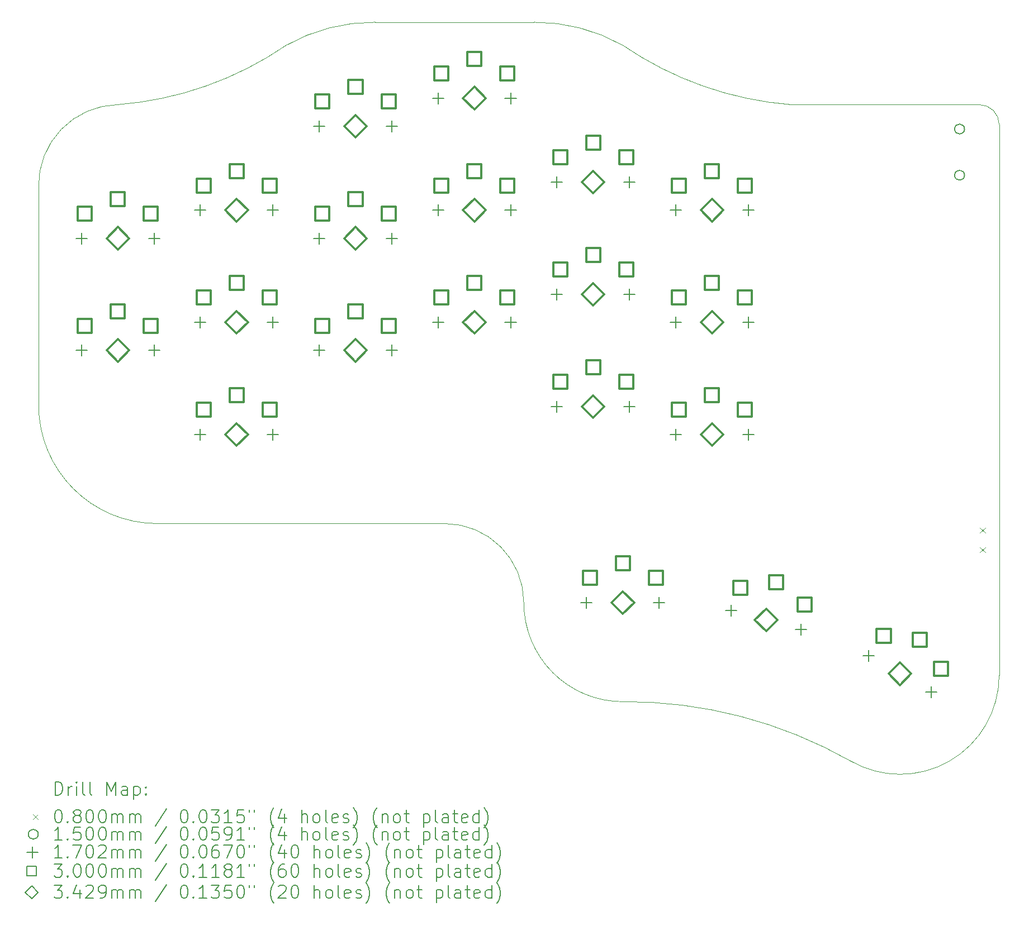
<source format=gbr>
%FSLAX45Y45*%
G04 Gerber Fmt 4.5, Leading zero omitted, Abs format (unit mm)*
G04 Created by KiCad (PCBNEW (6.0.5-0)) date 2023-02-07 22:56:01*
%MOMM*%
%LPD*%
G01*
G04 APERTURE LIST*
%TA.AperFunction,Profile*%
%ADD10C,0.100000*%
%TD*%
%ADD11C,0.200000*%
%ADD12C,0.080000*%
%ADD13C,0.150000*%
%ADD14C,0.170180*%
%ADD15C,0.300000*%
%ADD16C,0.342900*%
G04 APERTURE END LIST*
D10*
X7200002Y-4249998D02*
X9600002Y-4249998D01*
X3300002Y-5498957D02*
G75*
G03*
X5850002Y-4599998I-400047J5200944D01*
G01*
X7200002Y-4249998D02*
G75*
G03*
X5850002Y-4599998I-21892J-2694132D01*
G01*
X10950002Y-4599998D02*
G75*
G03*
X13500002Y-5499998I2954423J4308366D01*
G01*
X14400002Y-15449998D02*
G75*
G03*
X10950002Y-14549998I-3404422J-5987782D01*
G01*
X10950003Y-4599997D02*
G75*
G03*
X9600002Y-4249998I-1328113J-2344153D01*
G01*
X16650002Y-14149998D02*
X16650002Y-5799998D01*
X14400002Y-15449998D02*
G75*
G03*
X16650002Y-14149998I749444J1300001D01*
G01*
X3900002Y-11849998D02*
X8250002Y-11849998D01*
X9450002Y-13049998D02*
G75*
G03*
X10950002Y-14549998I1499998J-2D01*
G01*
X13500002Y-5499998D02*
X16350002Y-5499998D01*
X2100002Y-10049998D02*
G75*
G03*
X3900002Y-11849998I1800000J0D01*
G01*
X3300002Y-5498956D02*
G75*
G03*
X2100002Y-6749998I25521J-1225521D01*
G01*
X2100002Y-10049998D02*
X2100002Y-6749998D01*
X16650002Y-5799998D02*
G75*
G03*
X16350002Y-5499998I-300002J-2D01*
G01*
X9450002Y-13049998D02*
G75*
G03*
X8250002Y-11849998I-1200002J-2D01*
G01*
D11*
D12*
X16360000Y-11910000D02*
X16440000Y-11990000D01*
X16440000Y-11910000D02*
X16360000Y-11990000D01*
X16360000Y-11910000D02*
X16440000Y-11990000D01*
X16440000Y-11910000D02*
X16360000Y-11990000D01*
X16360000Y-12210000D02*
X16440000Y-12290000D01*
X16440000Y-12210000D02*
X16360000Y-12290000D01*
X16360000Y-12210000D02*
X16440000Y-12290000D01*
X16440000Y-12210000D02*
X16360000Y-12290000D01*
D13*
X16125500Y-5869250D02*
G75*
G03*
X16125500Y-5869250I-75000J0D01*
G01*
X16125500Y-5869250D02*
G75*
G03*
X16125500Y-5869250I-75000J0D01*
G01*
X16125500Y-6569250D02*
G75*
G03*
X16125500Y-6569250I-75000J0D01*
G01*
X16125500Y-6569250D02*
G75*
G03*
X16125500Y-6569250I-75000J0D01*
G01*
D14*
X2750000Y-9139910D02*
X2750000Y-9310090D01*
X2664910Y-9225000D02*
X2835090Y-9225000D01*
X2750001Y-7439910D02*
X2750001Y-7610090D01*
X2664911Y-7525000D02*
X2835091Y-7525000D01*
X3850000Y-9139910D02*
X3850000Y-9310090D01*
X3764910Y-9225000D02*
X3935090Y-9225000D01*
X3850001Y-7439910D02*
X3850001Y-7610090D01*
X3764911Y-7525000D02*
X3935091Y-7525000D01*
X4550000Y-7014910D02*
X4550000Y-7185090D01*
X4464910Y-7100000D02*
X4635090Y-7100000D01*
X4550000Y-10414910D02*
X4550000Y-10585090D01*
X4464910Y-10500000D02*
X4635090Y-10500000D01*
X4550001Y-8714910D02*
X4550001Y-8885090D01*
X4464911Y-8800000D02*
X4635091Y-8800000D01*
X5650000Y-7014910D02*
X5650000Y-7185090D01*
X5564910Y-7100000D02*
X5735090Y-7100000D01*
X5650000Y-10414910D02*
X5650000Y-10585090D01*
X5564910Y-10500000D02*
X5735090Y-10500000D01*
X5650001Y-8714910D02*
X5650001Y-8885090D01*
X5564911Y-8800000D02*
X5735091Y-8800000D01*
X6350001Y-5739910D02*
X6350001Y-5910090D01*
X6264911Y-5825000D02*
X6435091Y-5825000D01*
X6350001Y-7439909D02*
X6350001Y-7610089D01*
X6264911Y-7524999D02*
X6435091Y-7524999D01*
X6350001Y-9139909D02*
X6350001Y-9310089D01*
X6264911Y-9224999D02*
X6435091Y-9224999D01*
X7450001Y-5739910D02*
X7450001Y-5910090D01*
X7364911Y-5825000D02*
X7535091Y-5825000D01*
X7450001Y-7439909D02*
X7450001Y-7610089D01*
X7364911Y-7524999D02*
X7535091Y-7524999D01*
X7450001Y-9139909D02*
X7450001Y-9310089D01*
X7364911Y-9224999D02*
X7535091Y-9224999D01*
X8150000Y-5314909D02*
X8150000Y-5485089D01*
X8064910Y-5399999D02*
X8235090Y-5399999D01*
X8150000Y-7014909D02*
X8150000Y-7185089D01*
X8064910Y-7099999D02*
X8235090Y-7099999D01*
X8150000Y-8714910D02*
X8150000Y-8885090D01*
X8064910Y-8800000D02*
X8235090Y-8800000D01*
X9250000Y-5314909D02*
X9250000Y-5485089D01*
X9164910Y-5399999D02*
X9335090Y-5399999D01*
X9250000Y-7014909D02*
X9250000Y-7185089D01*
X9164910Y-7099999D02*
X9335090Y-7099999D01*
X9250001Y-8714910D02*
X9250001Y-8885090D01*
X9164911Y-8800000D02*
X9335091Y-8800000D01*
X9950001Y-6589909D02*
X9950001Y-6760089D01*
X9864911Y-6674999D02*
X10035091Y-6674999D01*
X9950001Y-8289910D02*
X9950001Y-8460090D01*
X9864911Y-8375000D02*
X10035091Y-8375000D01*
X9950001Y-9989910D02*
X9950001Y-10160090D01*
X9864911Y-10075000D02*
X10035091Y-10075000D01*
X10400001Y-12964910D02*
X10400001Y-13135090D01*
X10314911Y-13050000D02*
X10485091Y-13050000D01*
X11050001Y-6589909D02*
X11050001Y-6760089D01*
X10964911Y-6674999D02*
X11135091Y-6674999D01*
X11050001Y-8289910D02*
X11050001Y-8460090D01*
X10964911Y-8375000D02*
X11135091Y-8375000D01*
X11050001Y-9989910D02*
X11050001Y-10160090D01*
X10964911Y-10075000D02*
X11135091Y-10075000D01*
X11500001Y-12964910D02*
X11500001Y-13135090D01*
X11414911Y-13050000D02*
X11585091Y-13050000D01*
X11750000Y-10414909D02*
X11750000Y-10585089D01*
X11664910Y-10499999D02*
X11835090Y-10499999D01*
X11750000Y-8714909D02*
X11750000Y-8885089D01*
X11664910Y-8799999D02*
X11835090Y-8799999D01*
X11750000Y-7014909D02*
X11750000Y-7185089D01*
X11664910Y-7099999D02*
X11835090Y-7099999D01*
X12588070Y-13084460D02*
X12588070Y-13254640D01*
X12502980Y-13169550D02*
X12673160Y-13169550D01*
X12850000Y-10414909D02*
X12850000Y-10585089D01*
X12764910Y-10499999D02*
X12935090Y-10499999D01*
X12850000Y-8714909D02*
X12850000Y-8885089D01*
X12764910Y-8799999D02*
X12935090Y-8799999D01*
X12850000Y-7014909D02*
X12850000Y-7185089D01*
X12764910Y-7099999D02*
X12935090Y-7099999D01*
X13650589Y-13369161D02*
X13650589Y-13539341D01*
X13565499Y-13454251D02*
X13735679Y-13454251D01*
X14670643Y-13766249D02*
X14670643Y-13936429D01*
X14585553Y-13851339D02*
X14755733Y-13851339D01*
X15623271Y-14316249D02*
X15623271Y-14486429D01*
X15538181Y-14401339D02*
X15708361Y-14401339D01*
D15*
X2906067Y-8956067D02*
X2906067Y-8743933D01*
X2693933Y-8743933D01*
X2693933Y-8956067D01*
X2906067Y-8956067D01*
X2906068Y-7256067D02*
X2906068Y-7043933D01*
X2693934Y-7043933D01*
X2693934Y-7256067D01*
X2906068Y-7256067D01*
X3406067Y-8736067D02*
X3406067Y-8523933D01*
X3193933Y-8523933D01*
X3193933Y-8736067D01*
X3406067Y-8736067D01*
X3406068Y-7036067D02*
X3406068Y-6823933D01*
X3193934Y-6823933D01*
X3193934Y-7036067D01*
X3406068Y-7036067D01*
X3906067Y-8956067D02*
X3906067Y-8743933D01*
X3693933Y-8743933D01*
X3693933Y-8956067D01*
X3906067Y-8956067D01*
X3906068Y-7256067D02*
X3906068Y-7043933D01*
X3693934Y-7043933D01*
X3693934Y-7256067D01*
X3906068Y-7256067D01*
X4706067Y-6831067D02*
X4706067Y-6618933D01*
X4493933Y-6618933D01*
X4493933Y-6831067D01*
X4706067Y-6831067D01*
X4706067Y-10231067D02*
X4706067Y-10018933D01*
X4493933Y-10018933D01*
X4493933Y-10231067D01*
X4706067Y-10231067D01*
X4706068Y-8531067D02*
X4706068Y-8318933D01*
X4493934Y-8318933D01*
X4493934Y-8531067D01*
X4706068Y-8531067D01*
X5206067Y-6611067D02*
X5206067Y-6398933D01*
X4993933Y-6398933D01*
X4993933Y-6611067D01*
X5206067Y-6611067D01*
X5206067Y-10011067D02*
X5206067Y-9798933D01*
X4993933Y-9798933D01*
X4993933Y-10011067D01*
X5206067Y-10011067D01*
X5206068Y-8311067D02*
X5206068Y-8098933D01*
X4993934Y-8098933D01*
X4993934Y-8311067D01*
X5206068Y-8311067D01*
X5706067Y-6831067D02*
X5706067Y-6618933D01*
X5493933Y-6618933D01*
X5493933Y-6831067D01*
X5706067Y-6831067D01*
X5706067Y-10231067D02*
X5706067Y-10018933D01*
X5493933Y-10018933D01*
X5493933Y-10231067D01*
X5706067Y-10231067D01*
X5706068Y-8531067D02*
X5706068Y-8318933D01*
X5493934Y-8318933D01*
X5493934Y-8531067D01*
X5706068Y-8531067D01*
X6506068Y-5556067D02*
X6506068Y-5343933D01*
X6293934Y-5343933D01*
X6293934Y-5556067D01*
X6506068Y-5556067D01*
X6506068Y-7256066D02*
X6506068Y-7043932D01*
X6293934Y-7043932D01*
X6293934Y-7256066D01*
X6506068Y-7256066D01*
X6506068Y-8956066D02*
X6506068Y-8743932D01*
X6293934Y-8743932D01*
X6293934Y-8956066D01*
X6506068Y-8956066D01*
X7006068Y-5336067D02*
X7006068Y-5123933D01*
X6793934Y-5123933D01*
X6793934Y-5336067D01*
X7006068Y-5336067D01*
X7006068Y-7036066D02*
X7006068Y-6823932D01*
X6793934Y-6823932D01*
X6793934Y-7036066D01*
X7006068Y-7036066D01*
X7006068Y-8736066D02*
X7006068Y-8523932D01*
X6793934Y-8523932D01*
X6793934Y-8736066D01*
X7006068Y-8736066D01*
X7506068Y-5556067D02*
X7506068Y-5343933D01*
X7293934Y-5343933D01*
X7293934Y-5556067D01*
X7506068Y-5556067D01*
X7506068Y-7256066D02*
X7506068Y-7043932D01*
X7293934Y-7043932D01*
X7293934Y-7256066D01*
X7506068Y-7256066D01*
X7506068Y-8956066D02*
X7506068Y-8743932D01*
X7293934Y-8743932D01*
X7293934Y-8956066D01*
X7506068Y-8956066D01*
X8306067Y-5131066D02*
X8306067Y-4918932D01*
X8093933Y-4918932D01*
X8093933Y-5131066D01*
X8306067Y-5131066D01*
X8306067Y-6831066D02*
X8306067Y-6618932D01*
X8093933Y-6618932D01*
X8093933Y-6831066D01*
X8306067Y-6831066D01*
X8306067Y-8531067D02*
X8306067Y-8318933D01*
X8093933Y-8318933D01*
X8093933Y-8531067D01*
X8306067Y-8531067D01*
X8806067Y-4911066D02*
X8806067Y-4698932D01*
X8593933Y-4698932D01*
X8593933Y-4911066D01*
X8806067Y-4911066D01*
X8806067Y-6611066D02*
X8806067Y-6398932D01*
X8593933Y-6398932D01*
X8593933Y-6611066D01*
X8806067Y-6611066D01*
X8806068Y-8311067D02*
X8806068Y-8098933D01*
X8593934Y-8098933D01*
X8593934Y-8311067D01*
X8806068Y-8311067D01*
X9306067Y-5131066D02*
X9306067Y-4918932D01*
X9093933Y-4918932D01*
X9093933Y-5131066D01*
X9306067Y-5131066D01*
X9306067Y-6831066D02*
X9306067Y-6618932D01*
X9093933Y-6618932D01*
X9093933Y-6831066D01*
X9306067Y-6831066D01*
X9306068Y-8531067D02*
X9306068Y-8318933D01*
X9093934Y-8318933D01*
X9093934Y-8531067D01*
X9306068Y-8531067D01*
X10106068Y-6406066D02*
X10106068Y-6193932D01*
X9893934Y-6193932D01*
X9893934Y-6406066D01*
X10106068Y-6406066D01*
X10106068Y-8106067D02*
X10106068Y-7893933D01*
X9893934Y-7893933D01*
X9893934Y-8106067D01*
X10106068Y-8106067D01*
X10106068Y-9806067D02*
X10106068Y-9593933D01*
X9893934Y-9593933D01*
X9893934Y-9806067D01*
X10106068Y-9806067D01*
X10556068Y-12781067D02*
X10556068Y-12568933D01*
X10343934Y-12568933D01*
X10343934Y-12781067D01*
X10556068Y-12781067D01*
X10606068Y-6186066D02*
X10606068Y-5973932D01*
X10393934Y-5973932D01*
X10393934Y-6186066D01*
X10606068Y-6186066D01*
X10606068Y-7886067D02*
X10606068Y-7673933D01*
X10393934Y-7673933D01*
X10393934Y-7886067D01*
X10606068Y-7886067D01*
X10606068Y-9586067D02*
X10606068Y-9373933D01*
X10393934Y-9373933D01*
X10393934Y-9586067D01*
X10606068Y-9586067D01*
X11056068Y-12561067D02*
X11056068Y-12348933D01*
X10843934Y-12348933D01*
X10843934Y-12561067D01*
X11056068Y-12561067D01*
X11106068Y-6406066D02*
X11106068Y-6193932D01*
X10893934Y-6193932D01*
X10893934Y-6406066D01*
X11106068Y-6406066D01*
X11106068Y-8106067D02*
X11106068Y-7893933D01*
X10893934Y-7893933D01*
X10893934Y-8106067D01*
X11106068Y-8106067D01*
X11106068Y-9806067D02*
X11106068Y-9593933D01*
X10893934Y-9593933D01*
X10893934Y-9806067D01*
X11106068Y-9806067D01*
X11556068Y-12781067D02*
X11556068Y-12568933D01*
X11343934Y-12568933D01*
X11343934Y-12781067D01*
X11556068Y-12781067D01*
X11906067Y-10231066D02*
X11906067Y-10018932D01*
X11693933Y-10018932D01*
X11693933Y-10231066D01*
X11906067Y-10231066D01*
X11906067Y-8531066D02*
X11906067Y-8318932D01*
X11693933Y-8318932D01*
X11693933Y-8531066D01*
X11906067Y-8531066D01*
X11906067Y-6831066D02*
X11906067Y-6618932D01*
X11693933Y-6618932D01*
X11693933Y-6831066D01*
X11906067Y-6831066D01*
X12406067Y-10011066D02*
X12406067Y-9798932D01*
X12193933Y-9798932D01*
X12193933Y-10011066D01*
X12406067Y-10011066D01*
X12406067Y-8311066D02*
X12406067Y-8098932D01*
X12193933Y-8098932D01*
X12193933Y-8311066D01*
X12406067Y-8311066D01*
X12406067Y-6611066D02*
X12406067Y-6398932D01*
X12193933Y-6398932D01*
X12193933Y-6611066D01*
X12406067Y-6611066D01*
X12839491Y-12926336D02*
X12839491Y-12714202D01*
X12627357Y-12714202D01*
X12627357Y-12926336D01*
X12839491Y-12926336D01*
X12906067Y-10231066D02*
X12906067Y-10018932D01*
X12693933Y-10018932D01*
X12693933Y-10231066D01*
X12906067Y-10231066D01*
X12906067Y-8531066D02*
X12906067Y-8318932D01*
X12693933Y-8318932D01*
X12693933Y-8531066D01*
X12906067Y-8531066D01*
X12906067Y-6831066D02*
X12906067Y-6618932D01*
X12693933Y-6618932D01*
X12693933Y-6831066D01*
X12906067Y-6831066D01*
X13379394Y-12843241D02*
X13379394Y-12631107D01*
X13167260Y-12631107D01*
X13167260Y-12843241D01*
X13379394Y-12843241D01*
X13805417Y-13185155D02*
X13805417Y-12973021D01*
X13593283Y-12973021D01*
X13593283Y-13185155D01*
X13805417Y-13185155D01*
X15007511Y-13657647D02*
X15007511Y-13445513D01*
X14795377Y-13445513D01*
X14795377Y-13657647D01*
X15007511Y-13657647D01*
X15550524Y-13717121D02*
X15550524Y-13504987D01*
X15338390Y-13504987D01*
X15338390Y-13717121D01*
X15550524Y-13717121D01*
X15873536Y-14157647D02*
X15873536Y-13945513D01*
X15661402Y-13945513D01*
X15661402Y-14157647D01*
X15873536Y-14157647D01*
D16*
X3300000Y-9396450D02*
X3471450Y-9225000D01*
X3300000Y-9053550D01*
X3128550Y-9225000D01*
X3300000Y-9396450D01*
X3300001Y-7696450D02*
X3471451Y-7525000D01*
X3300001Y-7353550D01*
X3128551Y-7525000D01*
X3300001Y-7696450D01*
X5100000Y-7271450D02*
X5271450Y-7100000D01*
X5100000Y-6928550D01*
X4928550Y-7100000D01*
X5100000Y-7271450D01*
X5100000Y-10671450D02*
X5271450Y-10500000D01*
X5100000Y-10328550D01*
X4928550Y-10500000D01*
X5100000Y-10671450D01*
X5100001Y-8971450D02*
X5271451Y-8800000D01*
X5100001Y-8628550D01*
X4928551Y-8800000D01*
X5100001Y-8971450D01*
X6900001Y-5996450D02*
X7071451Y-5825000D01*
X6900001Y-5653550D01*
X6728551Y-5825000D01*
X6900001Y-5996450D01*
X6900001Y-7696449D02*
X7071451Y-7524999D01*
X6900001Y-7353549D01*
X6728551Y-7524999D01*
X6900001Y-7696449D01*
X6900001Y-9396449D02*
X7071451Y-9224999D01*
X6900001Y-9053549D01*
X6728551Y-9224999D01*
X6900001Y-9396449D01*
X8700000Y-5571449D02*
X8871450Y-5399999D01*
X8700000Y-5228549D01*
X8528550Y-5399999D01*
X8700000Y-5571449D01*
X8700000Y-7271449D02*
X8871450Y-7099999D01*
X8700000Y-6928549D01*
X8528550Y-7099999D01*
X8700000Y-7271449D01*
X8700001Y-8971450D02*
X8871451Y-8800000D01*
X8700001Y-8628550D01*
X8528551Y-8800000D01*
X8700001Y-8971450D01*
X10500001Y-6846449D02*
X10671451Y-6674999D01*
X10500001Y-6503549D01*
X10328551Y-6674999D01*
X10500001Y-6846449D01*
X10500001Y-8546450D02*
X10671451Y-8375000D01*
X10500001Y-8203550D01*
X10328551Y-8375000D01*
X10500001Y-8546450D01*
X10500001Y-10246450D02*
X10671451Y-10075000D01*
X10500001Y-9903550D01*
X10328551Y-10075000D01*
X10500001Y-10246450D01*
X10950001Y-13221450D02*
X11121451Y-13050000D01*
X10950001Y-12878550D01*
X10778551Y-13050000D01*
X10950001Y-13221450D01*
X12300000Y-10671449D02*
X12471450Y-10499999D01*
X12300000Y-10328549D01*
X12128550Y-10499999D01*
X12300000Y-10671449D01*
X12300000Y-8971449D02*
X12471450Y-8799999D01*
X12300000Y-8628549D01*
X12128550Y-8799999D01*
X12300000Y-8971449D01*
X12300000Y-7271449D02*
X12471450Y-7099999D01*
X12300000Y-6928549D01*
X12128550Y-7099999D01*
X12300000Y-7271449D01*
X13119329Y-13483350D02*
X13290779Y-13311900D01*
X13119329Y-13140450D01*
X12947879Y-13311900D01*
X13119329Y-13483350D01*
X15146957Y-14297789D02*
X15318407Y-14126339D01*
X15146957Y-13954889D01*
X14975507Y-14126339D01*
X15146957Y-14297789D01*
D11*
X2352356Y-15966029D02*
X2352356Y-15766029D01*
X2399975Y-15766029D01*
X2428546Y-15775553D01*
X2447594Y-15794601D01*
X2457117Y-15813648D01*
X2466641Y-15851744D01*
X2466641Y-15880315D01*
X2457117Y-15918410D01*
X2447594Y-15937458D01*
X2428546Y-15956505D01*
X2399975Y-15966029D01*
X2352356Y-15966029D01*
X2552356Y-15966029D02*
X2552356Y-15832696D01*
X2552356Y-15870791D02*
X2561879Y-15851744D01*
X2571403Y-15842220D01*
X2590451Y-15832696D01*
X2609498Y-15832696D01*
X2676165Y-15966029D02*
X2676165Y-15832696D01*
X2676165Y-15766029D02*
X2666641Y-15775553D01*
X2676165Y-15785077D01*
X2685689Y-15775553D01*
X2676165Y-15766029D01*
X2676165Y-15785077D01*
X2799974Y-15966029D02*
X2780927Y-15956505D01*
X2771403Y-15937458D01*
X2771403Y-15766029D01*
X2904736Y-15966029D02*
X2885689Y-15956505D01*
X2876165Y-15937458D01*
X2876165Y-15766029D01*
X3133308Y-15966029D02*
X3133308Y-15766029D01*
X3199974Y-15908886D01*
X3266641Y-15766029D01*
X3266641Y-15966029D01*
X3447594Y-15966029D02*
X3447594Y-15861267D01*
X3438070Y-15842220D01*
X3419022Y-15832696D01*
X3380927Y-15832696D01*
X3361879Y-15842220D01*
X3447594Y-15956505D02*
X3428546Y-15966029D01*
X3380927Y-15966029D01*
X3361879Y-15956505D01*
X3352355Y-15937458D01*
X3352355Y-15918410D01*
X3361879Y-15899363D01*
X3380927Y-15889839D01*
X3428546Y-15889839D01*
X3447594Y-15880315D01*
X3542832Y-15832696D02*
X3542832Y-16032696D01*
X3542832Y-15842220D02*
X3561879Y-15832696D01*
X3599974Y-15832696D01*
X3619022Y-15842220D01*
X3628546Y-15851744D01*
X3638070Y-15870791D01*
X3638070Y-15927934D01*
X3628546Y-15946982D01*
X3619022Y-15956505D01*
X3599974Y-15966029D01*
X3561879Y-15966029D01*
X3542832Y-15956505D01*
X3723784Y-15946982D02*
X3733308Y-15956505D01*
X3723784Y-15966029D01*
X3714260Y-15956505D01*
X3723784Y-15946982D01*
X3723784Y-15966029D01*
X3723784Y-15842220D02*
X3733308Y-15851744D01*
X3723784Y-15861267D01*
X3714260Y-15851744D01*
X3723784Y-15842220D01*
X3723784Y-15861267D01*
D12*
X2014736Y-16255553D02*
X2094736Y-16335553D01*
X2094736Y-16255553D02*
X2014736Y-16335553D01*
D11*
X2390451Y-16186029D02*
X2409498Y-16186029D01*
X2428546Y-16195553D01*
X2438070Y-16205077D01*
X2447594Y-16224125D01*
X2457117Y-16262220D01*
X2457117Y-16309839D01*
X2447594Y-16347934D01*
X2438070Y-16366982D01*
X2428546Y-16376505D01*
X2409498Y-16386029D01*
X2390451Y-16386029D01*
X2371403Y-16376505D01*
X2361879Y-16366982D01*
X2352356Y-16347934D01*
X2342832Y-16309839D01*
X2342832Y-16262220D01*
X2352356Y-16224125D01*
X2361879Y-16205077D01*
X2371403Y-16195553D01*
X2390451Y-16186029D01*
X2542832Y-16366982D02*
X2552356Y-16376505D01*
X2542832Y-16386029D01*
X2533308Y-16376505D01*
X2542832Y-16366982D01*
X2542832Y-16386029D01*
X2666641Y-16271744D02*
X2647594Y-16262220D01*
X2638070Y-16252696D01*
X2628546Y-16233648D01*
X2628546Y-16224125D01*
X2638070Y-16205077D01*
X2647594Y-16195553D01*
X2666641Y-16186029D01*
X2704737Y-16186029D01*
X2723784Y-16195553D01*
X2733308Y-16205077D01*
X2742832Y-16224125D01*
X2742832Y-16233648D01*
X2733308Y-16252696D01*
X2723784Y-16262220D01*
X2704737Y-16271744D01*
X2666641Y-16271744D01*
X2647594Y-16281267D01*
X2638070Y-16290791D01*
X2628546Y-16309839D01*
X2628546Y-16347934D01*
X2638070Y-16366982D01*
X2647594Y-16376505D01*
X2666641Y-16386029D01*
X2704737Y-16386029D01*
X2723784Y-16376505D01*
X2733308Y-16366982D01*
X2742832Y-16347934D01*
X2742832Y-16309839D01*
X2733308Y-16290791D01*
X2723784Y-16281267D01*
X2704737Y-16271744D01*
X2866641Y-16186029D02*
X2885689Y-16186029D01*
X2904736Y-16195553D01*
X2914260Y-16205077D01*
X2923784Y-16224125D01*
X2933308Y-16262220D01*
X2933308Y-16309839D01*
X2923784Y-16347934D01*
X2914260Y-16366982D01*
X2904736Y-16376505D01*
X2885689Y-16386029D01*
X2866641Y-16386029D01*
X2847594Y-16376505D01*
X2838070Y-16366982D01*
X2828546Y-16347934D01*
X2819022Y-16309839D01*
X2819022Y-16262220D01*
X2828546Y-16224125D01*
X2838070Y-16205077D01*
X2847594Y-16195553D01*
X2866641Y-16186029D01*
X3057117Y-16186029D02*
X3076165Y-16186029D01*
X3095213Y-16195553D01*
X3104736Y-16205077D01*
X3114260Y-16224125D01*
X3123784Y-16262220D01*
X3123784Y-16309839D01*
X3114260Y-16347934D01*
X3104736Y-16366982D01*
X3095213Y-16376505D01*
X3076165Y-16386029D01*
X3057117Y-16386029D01*
X3038070Y-16376505D01*
X3028546Y-16366982D01*
X3019022Y-16347934D01*
X3009498Y-16309839D01*
X3009498Y-16262220D01*
X3019022Y-16224125D01*
X3028546Y-16205077D01*
X3038070Y-16195553D01*
X3057117Y-16186029D01*
X3209498Y-16386029D02*
X3209498Y-16252696D01*
X3209498Y-16271744D02*
X3219022Y-16262220D01*
X3238070Y-16252696D01*
X3266641Y-16252696D01*
X3285689Y-16262220D01*
X3295213Y-16281267D01*
X3295213Y-16386029D01*
X3295213Y-16281267D02*
X3304736Y-16262220D01*
X3323784Y-16252696D01*
X3352355Y-16252696D01*
X3371403Y-16262220D01*
X3380927Y-16281267D01*
X3380927Y-16386029D01*
X3476165Y-16386029D02*
X3476165Y-16252696D01*
X3476165Y-16271744D02*
X3485689Y-16262220D01*
X3504736Y-16252696D01*
X3533308Y-16252696D01*
X3552355Y-16262220D01*
X3561879Y-16281267D01*
X3561879Y-16386029D01*
X3561879Y-16281267D02*
X3571403Y-16262220D01*
X3590451Y-16252696D01*
X3619022Y-16252696D01*
X3638070Y-16262220D01*
X3647594Y-16281267D01*
X3647594Y-16386029D01*
X4038070Y-16176505D02*
X3866641Y-16433648D01*
X4295213Y-16186029D02*
X4314260Y-16186029D01*
X4333308Y-16195553D01*
X4342832Y-16205077D01*
X4352356Y-16224125D01*
X4361879Y-16262220D01*
X4361879Y-16309839D01*
X4352356Y-16347934D01*
X4342832Y-16366982D01*
X4333308Y-16376505D01*
X4314260Y-16386029D01*
X4295213Y-16386029D01*
X4276165Y-16376505D01*
X4266641Y-16366982D01*
X4257117Y-16347934D01*
X4247594Y-16309839D01*
X4247594Y-16262220D01*
X4257117Y-16224125D01*
X4266641Y-16205077D01*
X4276165Y-16195553D01*
X4295213Y-16186029D01*
X4447594Y-16366982D02*
X4457117Y-16376505D01*
X4447594Y-16386029D01*
X4438070Y-16376505D01*
X4447594Y-16366982D01*
X4447594Y-16386029D01*
X4580927Y-16186029D02*
X4599975Y-16186029D01*
X4619022Y-16195553D01*
X4628546Y-16205077D01*
X4638070Y-16224125D01*
X4647594Y-16262220D01*
X4647594Y-16309839D01*
X4638070Y-16347934D01*
X4628546Y-16366982D01*
X4619022Y-16376505D01*
X4599975Y-16386029D01*
X4580927Y-16386029D01*
X4561879Y-16376505D01*
X4552356Y-16366982D01*
X4542832Y-16347934D01*
X4533308Y-16309839D01*
X4533308Y-16262220D01*
X4542832Y-16224125D01*
X4552356Y-16205077D01*
X4561879Y-16195553D01*
X4580927Y-16186029D01*
X4714260Y-16186029D02*
X4838070Y-16186029D01*
X4771403Y-16262220D01*
X4799975Y-16262220D01*
X4819022Y-16271744D01*
X4828546Y-16281267D01*
X4838070Y-16300315D01*
X4838070Y-16347934D01*
X4828546Y-16366982D01*
X4819022Y-16376505D01*
X4799975Y-16386029D01*
X4742832Y-16386029D01*
X4723784Y-16376505D01*
X4714260Y-16366982D01*
X5028546Y-16386029D02*
X4914260Y-16386029D01*
X4971403Y-16386029D02*
X4971403Y-16186029D01*
X4952356Y-16214601D01*
X4933308Y-16233648D01*
X4914260Y-16243172D01*
X5209498Y-16186029D02*
X5114260Y-16186029D01*
X5104736Y-16281267D01*
X5114260Y-16271744D01*
X5133308Y-16262220D01*
X5180927Y-16262220D01*
X5199975Y-16271744D01*
X5209498Y-16281267D01*
X5219022Y-16300315D01*
X5219022Y-16347934D01*
X5209498Y-16366982D01*
X5199975Y-16376505D01*
X5180927Y-16386029D01*
X5133308Y-16386029D01*
X5114260Y-16376505D01*
X5104736Y-16366982D01*
X5295213Y-16186029D02*
X5295213Y-16224125D01*
X5371403Y-16186029D02*
X5371403Y-16224125D01*
X5666641Y-16462220D02*
X5657117Y-16452696D01*
X5638070Y-16424125D01*
X5628546Y-16405077D01*
X5619022Y-16376505D01*
X5609498Y-16328886D01*
X5609498Y-16290791D01*
X5619022Y-16243172D01*
X5628546Y-16214601D01*
X5638070Y-16195553D01*
X5657117Y-16166982D01*
X5666641Y-16157458D01*
X5828546Y-16252696D02*
X5828546Y-16386029D01*
X5780927Y-16176505D02*
X5733308Y-16319363D01*
X5857117Y-16319363D01*
X6085689Y-16386029D02*
X6085689Y-16186029D01*
X6171403Y-16386029D02*
X6171403Y-16281267D01*
X6161879Y-16262220D01*
X6142832Y-16252696D01*
X6114260Y-16252696D01*
X6095213Y-16262220D01*
X6085689Y-16271744D01*
X6295213Y-16386029D02*
X6276165Y-16376505D01*
X6266641Y-16366982D01*
X6257117Y-16347934D01*
X6257117Y-16290791D01*
X6266641Y-16271744D01*
X6276165Y-16262220D01*
X6295213Y-16252696D01*
X6323784Y-16252696D01*
X6342832Y-16262220D01*
X6352355Y-16271744D01*
X6361879Y-16290791D01*
X6361879Y-16347934D01*
X6352355Y-16366982D01*
X6342832Y-16376505D01*
X6323784Y-16386029D01*
X6295213Y-16386029D01*
X6476165Y-16386029D02*
X6457117Y-16376505D01*
X6447594Y-16357458D01*
X6447594Y-16186029D01*
X6628546Y-16376505D02*
X6609498Y-16386029D01*
X6571403Y-16386029D01*
X6552355Y-16376505D01*
X6542832Y-16357458D01*
X6542832Y-16281267D01*
X6552355Y-16262220D01*
X6571403Y-16252696D01*
X6609498Y-16252696D01*
X6628546Y-16262220D01*
X6638070Y-16281267D01*
X6638070Y-16300315D01*
X6542832Y-16319363D01*
X6714260Y-16376505D02*
X6733308Y-16386029D01*
X6771403Y-16386029D01*
X6790451Y-16376505D01*
X6799974Y-16357458D01*
X6799974Y-16347934D01*
X6790451Y-16328886D01*
X6771403Y-16319363D01*
X6742832Y-16319363D01*
X6723784Y-16309839D01*
X6714260Y-16290791D01*
X6714260Y-16281267D01*
X6723784Y-16262220D01*
X6742832Y-16252696D01*
X6771403Y-16252696D01*
X6790451Y-16262220D01*
X6866641Y-16462220D02*
X6876165Y-16452696D01*
X6895213Y-16424125D01*
X6904736Y-16405077D01*
X6914260Y-16376505D01*
X6923784Y-16328886D01*
X6923784Y-16290791D01*
X6914260Y-16243172D01*
X6904736Y-16214601D01*
X6895213Y-16195553D01*
X6876165Y-16166982D01*
X6866641Y-16157458D01*
X7228546Y-16462220D02*
X7219022Y-16452696D01*
X7199974Y-16424125D01*
X7190451Y-16405077D01*
X7180927Y-16376505D01*
X7171403Y-16328886D01*
X7171403Y-16290791D01*
X7180927Y-16243172D01*
X7190451Y-16214601D01*
X7199974Y-16195553D01*
X7219022Y-16166982D01*
X7228546Y-16157458D01*
X7304736Y-16252696D02*
X7304736Y-16386029D01*
X7304736Y-16271744D02*
X7314260Y-16262220D01*
X7333308Y-16252696D01*
X7361879Y-16252696D01*
X7380927Y-16262220D01*
X7390451Y-16281267D01*
X7390451Y-16386029D01*
X7514260Y-16386029D02*
X7495213Y-16376505D01*
X7485689Y-16366982D01*
X7476165Y-16347934D01*
X7476165Y-16290791D01*
X7485689Y-16271744D01*
X7495213Y-16262220D01*
X7514260Y-16252696D01*
X7542832Y-16252696D01*
X7561879Y-16262220D01*
X7571403Y-16271744D01*
X7580927Y-16290791D01*
X7580927Y-16347934D01*
X7571403Y-16366982D01*
X7561879Y-16376505D01*
X7542832Y-16386029D01*
X7514260Y-16386029D01*
X7638070Y-16252696D02*
X7714260Y-16252696D01*
X7666641Y-16186029D02*
X7666641Y-16357458D01*
X7676165Y-16376505D01*
X7695213Y-16386029D01*
X7714260Y-16386029D01*
X7933308Y-16252696D02*
X7933308Y-16452696D01*
X7933308Y-16262220D02*
X7952355Y-16252696D01*
X7990451Y-16252696D01*
X8009498Y-16262220D01*
X8019022Y-16271744D01*
X8028546Y-16290791D01*
X8028546Y-16347934D01*
X8019022Y-16366982D01*
X8009498Y-16376505D01*
X7990451Y-16386029D01*
X7952355Y-16386029D01*
X7933308Y-16376505D01*
X8142832Y-16386029D02*
X8123784Y-16376505D01*
X8114260Y-16357458D01*
X8114260Y-16186029D01*
X8304736Y-16386029D02*
X8304736Y-16281267D01*
X8295213Y-16262220D01*
X8276165Y-16252696D01*
X8238070Y-16252696D01*
X8219022Y-16262220D01*
X8304736Y-16376505D02*
X8285689Y-16386029D01*
X8238070Y-16386029D01*
X8219022Y-16376505D01*
X8209498Y-16357458D01*
X8209498Y-16338410D01*
X8219022Y-16319363D01*
X8238070Y-16309839D01*
X8285689Y-16309839D01*
X8304736Y-16300315D01*
X8371403Y-16252696D02*
X8447594Y-16252696D01*
X8399975Y-16186029D02*
X8399975Y-16357458D01*
X8409498Y-16376505D01*
X8428546Y-16386029D01*
X8447594Y-16386029D01*
X8590451Y-16376505D02*
X8571403Y-16386029D01*
X8533308Y-16386029D01*
X8514260Y-16376505D01*
X8504736Y-16357458D01*
X8504736Y-16281267D01*
X8514260Y-16262220D01*
X8533308Y-16252696D01*
X8571403Y-16252696D01*
X8590451Y-16262220D01*
X8599975Y-16281267D01*
X8599975Y-16300315D01*
X8504736Y-16319363D01*
X8771403Y-16386029D02*
X8771403Y-16186029D01*
X8771403Y-16376505D02*
X8752356Y-16386029D01*
X8714260Y-16386029D01*
X8695213Y-16376505D01*
X8685689Y-16366982D01*
X8676165Y-16347934D01*
X8676165Y-16290791D01*
X8685689Y-16271744D01*
X8695213Y-16262220D01*
X8714260Y-16252696D01*
X8752356Y-16252696D01*
X8771403Y-16262220D01*
X8847594Y-16462220D02*
X8857117Y-16452696D01*
X8876165Y-16424125D01*
X8885689Y-16405077D01*
X8895213Y-16376505D01*
X8904736Y-16328886D01*
X8904736Y-16290791D01*
X8895213Y-16243172D01*
X8885689Y-16214601D01*
X8876165Y-16195553D01*
X8857117Y-16166982D01*
X8847594Y-16157458D01*
D13*
X2094736Y-16559553D02*
G75*
G03*
X2094736Y-16559553I-75000J0D01*
G01*
D11*
X2457117Y-16650029D02*
X2342832Y-16650029D01*
X2399975Y-16650029D02*
X2399975Y-16450029D01*
X2380927Y-16478601D01*
X2361879Y-16497648D01*
X2342832Y-16507172D01*
X2542832Y-16630982D02*
X2552356Y-16640505D01*
X2542832Y-16650029D01*
X2533308Y-16640505D01*
X2542832Y-16630982D01*
X2542832Y-16650029D01*
X2733308Y-16450029D02*
X2638070Y-16450029D01*
X2628546Y-16545267D01*
X2638070Y-16535744D01*
X2657117Y-16526220D01*
X2704737Y-16526220D01*
X2723784Y-16535744D01*
X2733308Y-16545267D01*
X2742832Y-16564315D01*
X2742832Y-16611934D01*
X2733308Y-16630982D01*
X2723784Y-16640505D01*
X2704737Y-16650029D01*
X2657117Y-16650029D01*
X2638070Y-16640505D01*
X2628546Y-16630982D01*
X2866641Y-16450029D02*
X2885689Y-16450029D01*
X2904736Y-16459553D01*
X2914260Y-16469077D01*
X2923784Y-16488125D01*
X2933308Y-16526220D01*
X2933308Y-16573839D01*
X2923784Y-16611934D01*
X2914260Y-16630982D01*
X2904736Y-16640505D01*
X2885689Y-16650029D01*
X2866641Y-16650029D01*
X2847594Y-16640505D01*
X2838070Y-16630982D01*
X2828546Y-16611934D01*
X2819022Y-16573839D01*
X2819022Y-16526220D01*
X2828546Y-16488125D01*
X2838070Y-16469077D01*
X2847594Y-16459553D01*
X2866641Y-16450029D01*
X3057117Y-16450029D02*
X3076165Y-16450029D01*
X3095213Y-16459553D01*
X3104736Y-16469077D01*
X3114260Y-16488125D01*
X3123784Y-16526220D01*
X3123784Y-16573839D01*
X3114260Y-16611934D01*
X3104736Y-16630982D01*
X3095213Y-16640505D01*
X3076165Y-16650029D01*
X3057117Y-16650029D01*
X3038070Y-16640505D01*
X3028546Y-16630982D01*
X3019022Y-16611934D01*
X3009498Y-16573839D01*
X3009498Y-16526220D01*
X3019022Y-16488125D01*
X3028546Y-16469077D01*
X3038070Y-16459553D01*
X3057117Y-16450029D01*
X3209498Y-16650029D02*
X3209498Y-16516696D01*
X3209498Y-16535744D02*
X3219022Y-16526220D01*
X3238070Y-16516696D01*
X3266641Y-16516696D01*
X3285689Y-16526220D01*
X3295213Y-16545267D01*
X3295213Y-16650029D01*
X3295213Y-16545267D02*
X3304736Y-16526220D01*
X3323784Y-16516696D01*
X3352355Y-16516696D01*
X3371403Y-16526220D01*
X3380927Y-16545267D01*
X3380927Y-16650029D01*
X3476165Y-16650029D02*
X3476165Y-16516696D01*
X3476165Y-16535744D02*
X3485689Y-16526220D01*
X3504736Y-16516696D01*
X3533308Y-16516696D01*
X3552355Y-16526220D01*
X3561879Y-16545267D01*
X3561879Y-16650029D01*
X3561879Y-16545267D02*
X3571403Y-16526220D01*
X3590451Y-16516696D01*
X3619022Y-16516696D01*
X3638070Y-16526220D01*
X3647594Y-16545267D01*
X3647594Y-16650029D01*
X4038070Y-16440505D02*
X3866641Y-16697648D01*
X4295213Y-16450029D02*
X4314260Y-16450029D01*
X4333308Y-16459553D01*
X4342832Y-16469077D01*
X4352356Y-16488125D01*
X4361879Y-16526220D01*
X4361879Y-16573839D01*
X4352356Y-16611934D01*
X4342832Y-16630982D01*
X4333308Y-16640505D01*
X4314260Y-16650029D01*
X4295213Y-16650029D01*
X4276165Y-16640505D01*
X4266641Y-16630982D01*
X4257117Y-16611934D01*
X4247594Y-16573839D01*
X4247594Y-16526220D01*
X4257117Y-16488125D01*
X4266641Y-16469077D01*
X4276165Y-16459553D01*
X4295213Y-16450029D01*
X4447594Y-16630982D02*
X4457117Y-16640505D01*
X4447594Y-16650029D01*
X4438070Y-16640505D01*
X4447594Y-16630982D01*
X4447594Y-16650029D01*
X4580927Y-16450029D02*
X4599975Y-16450029D01*
X4619022Y-16459553D01*
X4628546Y-16469077D01*
X4638070Y-16488125D01*
X4647594Y-16526220D01*
X4647594Y-16573839D01*
X4638070Y-16611934D01*
X4628546Y-16630982D01*
X4619022Y-16640505D01*
X4599975Y-16650029D01*
X4580927Y-16650029D01*
X4561879Y-16640505D01*
X4552356Y-16630982D01*
X4542832Y-16611934D01*
X4533308Y-16573839D01*
X4533308Y-16526220D01*
X4542832Y-16488125D01*
X4552356Y-16469077D01*
X4561879Y-16459553D01*
X4580927Y-16450029D01*
X4828546Y-16450029D02*
X4733308Y-16450029D01*
X4723784Y-16545267D01*
X4733308Y-16535744D01*
X4752356Y-16526220D01*
X4799975Y-16526220D01*
X4819022Y-16535744D01*
X4828546Y-16545267D01*
X4838070Y-16564315D01*
X4838070Y-16611934D01*
X4828546Y-16630982D01*
X4819022Y-16640505D01*
X4799975Y-16650029D01*
X4752356Y-16650029D01*
X4733308Y-16640505D01*
X4723784Y-16630982D01*
X4933308Y-16650029D02*
X4971403Y-16650029D01*
X4990451Y-16640505D01*
X4999975Y-16630982D01*
X5019022Y-16602410D01*
X5028546Y-16564315D01*
X5028546Y-16488125D01*
X5019022Y-16469077D01*
X5009498Y-16459553D01*
X4990451Y-16450029D01*
X4952356Y-16450029D01*
X4933308Y-16459553D01*
X4923784Y-16469077D01*
X4914260Y-16488125D01*
X4914260Y-16535744D01*
X4923784Y-16554791D01*
X4933308Y-16564315D01*
X4952356Y-16573839D01*
X4990451Y-16573839D01*
X5009498Y-16564315D01*
X5019022Y-16554791D01*
X5028546Y-16535744D01*
X5219022Y-16650029D02*
X5104736Y-16650029D01*
X5161879Y-16650029D02*
X5161879Y-16450029D01*
X5142832Y-16478601D01*
X5123784Y-16497648D01*
X5104736Y-16507172D01*
X5295213Y-16450029D02*
X5295213Y-16488125D01*
X5371403Y-16450029D02*
X5371403Y-16488125D01*
X5666641Y-16726220D02*
X5657117Y-16716696D01*
X5638070Y-16688125D01*
X5628546Y-16669077D01*
X5619022Y-16640505D01*
X5609498Y-16592886D01*
X5609498Y-16554791D01*
X5619022Y-16507172D01*
X5628546Y-16478601D01*
X5638070Y-16459553D01*
X5657117Y-16430982D01*
X5666641Y-16421458D01*
X5828546Y-16516696D02*
X5828546Y-16650029D01*
X5780927Y-16440505D02*
X5733308Y-16583363D01*
X5857117Y-16583363D01*
X6085689Y-16650029D02*
X6085689Y-16450029D01*
X6171403Y-16650029D02*
X6171403Y-16545267D01*
X6161879Y-16526220D01*
X6142832Y-16516696D01*
X6114260Y-16516696D01*
X6095213Y-16526220D01*
X6085689Y-16535744D01*
X6295213Y-16650029D02*
X6276165Y-16640505D01*
X6266641Y-16630982D01*
X6257117Y-16611934D01*
X6257117Y-16554791D01*
X6266641Y-16535744D01*
X6276165Y-16526220D01*
X6295213Y-16516696D01*
X6323784Y-16516696D01*
X6342832Y-16526220D01*
X6352355Y-16535744D01*
X6361879Y-16554791D01*
X6361879Y-16611934D01*
X6352355Y-16630982D01*
X6342832Y-16640505D01*
X6323784Y-16650029D01*
X6295213Y-16650029D01*
X6476165Y-16650029D02*
X6457117Y-16640505D01*
X6447594Y-16621458D01*
X6447594Y-16450029D01*
X6628546Y-16640505D02*
X6609498Y-16650029D01*
X6571403Y-16650029D01*
X6552355Y-16640505D01*
X6542832Y-16621458D01*
X6542832Y-16545267D01*
X6552355Y-16526220D01*
X6571403Y-16516696D01*
X6609498Y-16516696D01*
X6628546Y-16526220D01*
X6638070Y-16545267D01*
X6638070Y-16564315D01*
X6542832Y-16583363D01*
X6714260Y-16640505D02*
X6733308Y-16650029D01*
X6771403Y-16650029D01*
X6790451Y-16640505D01*
X6799974Y-16621458D01*
X6799974Y-16611934D01*
X6790451Y-16592886D01*
X6771403Y-16583363D01*
X6742832Y-16583363D01*
X6723784Y-16573839D01*
X6714260Y-16554791D01*
X6714260Y-16545267D01*
X6723784Y-16526220D01*
X6742832Y-16516696D01*
X6771403Y-16516696D01*
X6790451Y-16526220D01*
X6866641Y-16726220D02*
X6876165Y-16716696D01*
X6895213Y-16688125D01*
X6904736Y-16669077D01*
X6914260Y-16640505D01*
X6923784Y-16592886D01*
X6923784Y-16554791D01*
X6914260Y-16507172D01*
X6904736Y-16478601D01*
X6895213Y-16459553D01*
X6876165Y-16430982D01*
X6866641Y-16421458D01*
X7228546Y-16726220D02*
X7219022Y-16716696D01*
X7199974Y-16688125D01*
X7190451Y-16669077D01*
X7180927Y-16640505D01*
X7171403Y-16592886D01*
X7171403Y-16554791D01*
X7180927Y-16507172D01*
X7190451Y-16478601D01*
X7199974Y-16459553D01*
X7219022Y-16430982D01*
X7228546Y-16421458D01*
X7304736Y-16516696D02*
X7304736Y-16650029D01*
X7304736Y-16535744D02*
X7314260Y-16526220D01*
X7333308Y-16516696D01*
X7361879Y-16516696D01*
X7380927Y-16526220D01*
X7390451Y-16545267D01*
X7390451Y-16650029D01*
X7514260Y-16650029D02*
X7495213Y-16640505D01*
X7485689Y-16630982D01*
X7476165Y-16611934D01*
X7476165Y-16554791D01*
X7485689Y-16535744D01*
X7495213Y-16526220D01*
X7514260Y-16516696D01*
X7542832Y-16516696D01*
X7561879Y-16526220D01*
X7571403Y-16535744D01*
X7580927Y-16554791D01*
X7580927Y-16611934D01*
X7571403Y-16630982D01*
X7561879Y-16640505D01*
X7542832Y-16650029D01*
X7514260Y-16650029D01*
X7638070Y-16516696D02*
X7714260Y-16516696D01*
X7666641Y-16450029D02*
X7666641Y-16621458D01*
X7676165Y-16640505D01*
X7695213Y-16650029D01*
X7714260Y-16650029D01*
X7933308Y-16516696D02*
X7933308Y-16716696D01*
X7933308Y-16526220D02*
X7952355Y-16516696D01*
X7990451Y-16516696D01*
X8009498Y-16526220D01*
X8019022Y-16535744D01*
X8028546Y-16554791D01*
X8028546Y-16611934D01*
X8019022Y-16630982D01*
X8009498Y-16640505D01*
X7990451Y-16650029D01*
X7952355Y-16650029D01*
X7933308Y-16640505D01*
X8142832Y-16650029D02*
X8123784Y-16640505D01*
X8114260Y-16621458D01*
X8114260Y-16450029D01*
X8304736Y-16650029D02*
X8304736Y-16545267D01*
X8295213Y-16526220D01*
X8276165Y-16516696D01*
X8238070Y-16516696D01*
X8219022Y-16526220D01*
X8304736Y-16640505D02*
X8285689Y-16650029D01*
X8238070Y-16650029D01*
X8219022Y-16640505D01*
X8209498Y-16621458D01*
X8209498Y-16602410D01*
X8219022Y-16583363D01*
X8238070Y-16573839D01*
X8285689Y-16573839D01*
X8304736Y-16564315D01*
X8371403Y-16516696D02*
X8447594Y-16516696D01*
X8399975Y-16450029D02*
X8399975Y-16621458D01*
X8409498Y-16640505D01*
X8428546Y-16650029D01*
X8447594Y-16650029D01*
X8590451Y-16640505D02*
X8571403Y-16650029D01*
X8533308Y-16650029D01*
X8514260Y-16640505D01*
X8504736Y-16621458D01*
X8504736Y-16545267D01*
X8514260Y-16526220D01*
X8533308Y-16516696D01*
X8571403Y-16516696D01*
X8590451Y-16526220D01*
X8599975Y-16545267D01*
X8599975Y-16564315D01*
X8504736Y-16583363D01*
X8771403Y-16650029D02*
X8771403Y-16450029D01*
X8771403Y-16640505D02*
X8752356Y-16650029D01*
X8714260Y-16650029D01*
X8695213Y-16640505D01*
X8685689Y-16630982D01*
X8676165Y-16611934D01*
X8676165Y-16554791D01*
X8685689Y-16535744D01*
X8695213Y-16526220D01*
X8714260Y-16516696D01*
X8752356Y-16516696D01*
X8771403Y-16526220D01*
X8847594Y-16726220D02*
X8857117Y-16716696D01*
X8876165Y-16688125D01*
X8885689Y-16669077D01*
X8895213Y-16640505D01*
X8904736Y-16592886D01*
X8904736Y-16554791D01*
X8895213Y-16507172D01*
X8885689Y-16478601D01*
X8876165Y-16459553D01*
X8857117Y-16430982D01*
X8847594Y-16421458D01*
D14*
X2009646Y-16744463D02*
X2009646Y-16914643D01*
X1924556Y-16829553D02*
X2094736Y-16829553D01*
D11*
X2457117Y-16920029D02*
X2342832Y-16920029D01*
X2399975Y-16920029D02*
X2399975Y-16720029D01*
X2380927Y-16748601D01*
X2361879Y-16767648D01*
X2342832Y-16777172D01*
X2542832Y-16900982D02*
X2552356Y-16910506D01*
X2542832Y-16920029D01*
X2533308Y-16910506D01*
X2542832Y-16900982D01*
X2542832Y-16920029D01*
X2619022Y-16720029D02*
X2752356Y-16720029D01*
X2666641Y-16920029D01*
X2866641Y-16720029D02*
X2885689Y-16720029D01*
X2904736Y-16729553D01*
X2914260Y-16739077D01*
X2923784Y-16758125D01*
X2933308Y-16796220D01*
X2933308Y-16843839D01*
X2923784Y-16881934D01*
X2914260Y-16900982D01*
X2904736Y-16910506D01*
X2885689Y-16920029D01*
X2866641Y-16920029D01*
X2847594Y-16910506D01*
X2838070Y-16900982D01*
X2828546Y-16881934D01*
X2819022Y-16843839D01*
X2819022Y-16796220D01*
X2828546Y-16758125D01*
X2838070Y-16739077D01*
X2847594Y-16729553D01*
X2866641Y-16720029D01*
X3009498Y-16739077D02*
X3019022Y-16729553D01*
X3038070Y-16720029D01*
X3085689Y-16720029D01*
X3104736Y-16729553D01*
X3114260Y-16739077D01*
X3123784Y-16758125D01*
X3123784Y-16777172D01*
X3114260Y-16805744D01*
X2999974Y-16920029D01*
X3123784Y-16920029D01*
X3209498Y-16920029D02*
X3209498Y-16786696D01*
X3209498Y-16805744D02*
X3219022Y-16796220D01*
X3238070Y-16786696D01*
X3266641Y-16786696D01*
X3285689Y-16796220D01*
X3295213Y-16815267D01*
X3295213Y-16920029D01*
X3295213Y-16815267D02*
X3304736Y-16796220D01*
X3323784Y-16786696D01*
X3352355Y-16786696D01*
X3371403Y-16796220D01*
X3380927Y-16815267D01*
X3380927Y-16920029D01*
X3476165Y-16920029D02*
X3476165Y-16786696D01*
X3476165Y-16805744D02*
X3485689Y-16796220D01*
X3504736Y-16786696D01*
X3533308Y-16786696D01*
X3552355Y-16796220D01*
X3561879Y-16815267D01*
X3561879Y-16920029D01*
X3561879Y-16815267D02*
X3571403Y-16796220D01*
X3590451Y-16786696D01*
X3619022Y-16786696D01*
X3638070Y-16796220D01*
X3647594Y-16815267D01*
X3647594Y-16920029D01*
X4038070Y-16710505D02*
X3866641Y-16967648D01*
X4295213Y-16720029D02*
X4314260Y-16720029D01*
X4333308Y-16729553D01*
X4342832Y-16739077D01*
X4352356Y-16758125D01*
X4361879Y-16796220D01*
X4361879Y-16843839D01*
X4352356Y-16881934D01*
X4342832Y-16900982D01*
X4333308Y-16910506D01*
X4314260Y-16920029D01*
X4295213Y-16920029D01*
X4276165Y-16910506D01*
X4266641Y-16900982D01*
X4257117Y-16881934D01*
X4247594Y-16843839D01*
X4247594Y-16796220D01*
X4257117Y-16758125D01*
X4266641Y-16739077D01*
X4276165Y-16729553D01*
X4295213Y-16720029D01*
X4447594Y-16900982D02*
X4457117Y-16910506D01*
X4447594Y-16920029D01*
X4438070Y-16910506D01*
X4447594Y-16900982D01*
X4447594Y-16920029D01*
X4580927Y-16720029D02*
X4599975Y-16720029D01*
X4619022Y-16729553D01*
X4628546Y-16739077D01*
X4638070Y-16758125D01*
X4647594Y-16796220D01*
X4647594Y-16843839D01*
X4638070Y-16881934D01*
X4628546Y-16900982D01*
X4619022Y-16910506D01*
X4599975Y-16920029D01*
X4580927Y-16920029D01*
X4561879Y-16910506D01*
X4552356Y-16900982D01*
X4542832Y-16881934D01*
X4533308Y-16843839D01*
X4533308Y-16796220D01*
X4542832Y-16758125D01*
X4552356Y-16739077D01*
X4561879Y-16729553D01*
X4580927Y-16720029D01*
X4819022Y-16720029D02*
X4780927Y-16720029D01*
X4761879Y-16729553D01*
X4752356Y-16739077D01*
X4733308Y-16767648D01*
X4723784Y-16805744D01*
X4723784Y-16881934D01*
X4733308Y-16900982D01*
X4742832Y-16910506D01*
X4761879Y-16920029D01*
X4799975Y-16920029D01*
X4819022Y-16910506D01*
X4828546Y-16900982D01*
X4838070Y-16881934D01*
X4838070Y-16834315D01*
X4828546Y-16815267D01*
X4819022Y-16805744D01*
X4799975Y-16796220D01*
X4761879Y-16796220D01*
X4742832Y-16805744D01*
X4733308Y-16815267D01*
X4723784Y-16834315D01*
X4904736Y-16720029D02*
X5038070Y-16720029D01*
X4952356Y-16920029D01*
X5152356Y-16720029D02*
X5171403Y-16720029D01*
X5190451Y-16729553D01*
X5199975Y-16739077D01*
X5209498Y-16758125D01*
X5219022Y-16796220D01*
X5219022Y-16843839D01*
X5209498Y-16881934D01*
X5199975Y-16900982D01*
X5190451Y-16910506D01*
X5171403Y-16920029D01*
X5152356Y-16920029D01*
X5133308Y-16910506D01*
X5123784Y-16900982D01*
X5114260Y-16881934D01*
X5104736Y-16843839D01*
X5104736Y-16796220D01*
X5114260Y-16758125D01*
X5123784Y-16739077D01*
X5133308Y-16729553D01*
X5152356Y-16720029D01*
X5295213Y-16720029D02*
X5295213Y-16758125D01*
X5371403Y-16720029D02*
X5371403Y-16758125D01*
X5666641Y-16996220D02*
X5657117Y-16986696D01*
X5638070Y-16958125D01*
X5628546Y-16939077D01*
X5619022Y-16910506D01*
X5609498Y-16862887D01*
X5609498Y-16824791D01*
X5619022Y-16777172D01*
X5628546Y-16748601D01*
X5638070Y-16729553D01*
X5657117Y-16700982D01*
X5666641Y-16691458D01*
X5828546Y-16786696D02*
X5828546Y-16920029D01*
X5780927Y-16710505D02*
X5733308Y-16853363D01*
X5857117Y-16853363D01*
X5971403Y-16720029D02*
X5990451Y-16720029D01*
X6009498Y-16729553D01*
X6019022Y-16739077D01*
X6028546Y-16758125D01*
X6038070Y-16796220D01*
X6038070Y-16843839D01*
X6028546Y-16881934D01*
X6019022Y-16900982D01*
X6009498Y-16910506D01*
X5990451Y-16920029D01*
X5971403Y-16920029D01*
X5952355Y-16910506D01*
X5942832Y-16900982D01*
X5933308Y-16881934D01*
X5923784Y-16843839D01*
X5923784Y-16796220D01*
X5933308Y-16758125D01*
X5942832Y-16739077D01*
X5952355Y-16729553D01*
X5971403Y-16720029D01*
X6276165Y-16920029D02*
X6276165Y-16720029D01*
X6361879Y-16920029D02*
X6361879Y-16815267D01*
X6352355Y-16796220D01*
X6333308Y-16786696D01*
X6304736Y-16786696D01*
X6285689Y-16796220D01*
X6276165Y-16805744D01*
X6485689Y-16920029D02*
X6466641Y-16910506D01*
X6457117Y-16900982D01*
X6447594Y-16881934D01*
X6447594Y-16824791D01*
X6457117Y-16805744D01*
X6466641Y-16796220D01*
X6485689Y-16786696D01*
X6514260Y-16786696D01*
X6533308Y-16796220D01*
X6542832Y-16805744D01*
X6552355Y-16824791D01*
X6552355Y-16881934D01*
X6542832Y-16900982D01*
X6533308Y-16910506D01*
X6514260Y-16920029D01*
X6485689Y-16920029D01*
X6666641Y-16920029D02*
X6647594Y-16910506D01*
X6638070Y-16891458D01*
X6638070Y-16720029D01*
X6819022Y-16910506D02*
X6799974Y-16920029D01*
X6761879Y-16920029D01*
X6742832Y-16910506D01*
X6733308Y-16891458D01*
X6733308Y-16815267D01*
X6742832Y-16796220D01*
X6761879Y-16786696D01*
X6799974Y-16786696D01*
X6819022Y-16796220D01*
X6828546Y-16815267D01*
X6828546Y-16834315D01*
X6733308Y-16853363D01*
X6904736Y-16910506D02*
X6923784Y-16920029D01*
X6961879Y-16920029D01*
X6980927Y-16910506D01*
X6990451Y-16891458D01*
X6990451Y-16881934D01*
X6980927Y-16862887D01*
X6961879Y-16853363D01*
X6933308Y-16853363D01*
X6914260Y-16843839D01*
X6904736Y-16824791D01*
X6904736Y-16815267D01*
X6914260Y-16796220D01*
X6933308Y-16786696D01*
X6961879Y-16786696D01*
X6980927Y-16796220D01*
X7057117Y-16996220D02*
X7066641Y-16986696D01*
X7085689Y-16958125D01*
X7095213Y-16939077D01*
X7104736Y-16910506D01*
X7114260Y-16862887D01*
X7114260Y-16824791D01*
X7104736Y-16777172D01*
X7095213Y-16748601D01*
X7085689Y-16729553D01*
X7066641Y-16700982D01*
X7057117Y-16691458D01*
X7419022Y-16996220D02*
X7409498Y-16986696D01*
X7390451Y-16958125D01*
X7380927Y-16939077D01*
X7371403Y-16910506D01*
X7361879Y-16862887D01*
X7361879Y-16824791D01*
X7371403Y-16777172D01*
X7380927Y-16748601D01*
X7390451Y-16729553D01*
X7409498Y-16700982D01*
X7419022Y-16691458D01*
X7495213Y-16786696D02*
X7495213Y-16920029D01*
X7495213Y-16805744D02*
X7504736Y-16796220D01*
X7523784Y-16786696D01*
X7552355Y-16786696D01*
X7571403Y-16796220D01*
X7580927Y-16815267D01*
X7580927Y-16920029D01*
X7704736Y-16920029D02*
X7685689Y-16910506D01*
X7676165Y-16900982D01*
X7666641Y-16881934D01*
X7666641Y-16824791D01*
X7676165Y-16805744D01*
X7685689Y-16796220D01*
X7704736Y-16786696D01*
X7733308Y-16786696D01*
X7752355Y-16796220D01*
X7761879Y-16805744D01*
X7771403Y-16824791D01*
X7771403Y-16881934D01*
X7761879Y-16900982D01*
X7752355Y-16910506D01*
X7733308Y-16920029D01*
X7704736Y-16920029D01*
X7828546Y-16786696D02*
X7904736Y-16786696D01*
X7857117Y-16720029D02*
X7857117Y-16891458D01*
X7866641Y-16910506D01*
X7885689Y-16920029D01*
X7904736Y-16920029D01*
X8123784Y-16786696D02*
X8123784Y-16986696D01*
X8123784Y-16796220D02*
X8142832Y-16786696D01*
X8180927Y-16786696D01*
X8199974Y-16796220D01*
X8209498Y-16805744D01*
X8219022Y-16824791D01*
X8219022Y-16881934D01*
X8209498Y-16900982D01*
X8199974Y-16910506D01*
X8180927Y-16920029D01*
X8142832Y-16920029D01*
X8123784Y-16910506D01*
X8333308Y-16920029D02*
X8314260Y-16910506D01*
X8304736Y-16891458D01*
X8304736Y-16720029D01*
X8495213Y-16920029D02*
X8495213Y-16815267D01*
X8485689Y-16796220D01*
X8466641Y-16786696D01*
X8428546Y-16786696D01*
X8409498Y-16796220D01*
X8495213Y-16910506D02*
X8476165Y-16920029D01*
X8428546Y-16920029D01*
X8409498Y-16910506D01*
X8399975Y-16891458D01*
X8399975Y-16872410D01*
X8409498Y-16853363D01*
X8428546Y-16843839D01*
X8476165Y-16843839D01*
X8495213Y-16834315D01*
X8561879Y-16786696D02*
X8638070Y-16786696D01*
X8590451Y-16720029D02*
X8590451Y-16891458D01*
X8599975Y-16910506D01*
X8619022Y-16920029D01*
X8638070Y-16920029D01*
X8780927Y-16910506D02*
X8761879Y-16920029D01*
X8723784Y-16920029D01*
X8704736Y-16910506D01*
X8695213Y-16891458D01*
X8695213Y-16815267D01*
X8704736Y-16796220D01*
X8723784Y-16786696D01*
X8761879Y-16786696D01*
X8780927Y-16796220D01*
X8790451Y-16815267D01*
X8790451Y-16834315D01*
X8695213Y-16853363D01*
X8961879Y-16920029D02*
X8961879Y-16720029D01*
X8961879Y-16910506D02*
X8942832Y-16920029D01*
X8904736Y-16920029D01*
X8885689Y-16910506D01*
X8876165Y-16900982D01*
X8866641Y-16881934D01*
X8866641Y-16824791D01*
X8876165Y-16805744D01*
X8885689Y-16796220D01*
X8904736Y-16786696D01*
X8942832Y-16786696D01*
X8961879Y-16796220D01*
X9038070Y-16996220D02*
X9047594Y-16986696D01*
X9066641Y-16958125D01*
X9076165Y-16939077D01*
X9085689Y-16910506D01*
X9095213Y-16862887D01*
X9095213Y-16824791D01*
X9085689Y-16777172D01*
X9076165Y-16748601D01*
X9066641Y-16729553D01*
X9047594Y-16700982D01*
X9038070Y-16691458D01*
X2065448Y-17190445D02*
X2065448Y-17049022D01*
X1924025Y-17049022D01*
X1924025Y-17190445D01*
X2065448Y-17190445D01*
X2333308Y-17010209D02*
X2457117Y-17010209D01*
X2390451Y-17086400D01*
X2419022Y-17086400D01*
X2438070Y-17095924D01*
X2447594Y-17105447D01*
X2457117Y-17124495D01*
X2457117Y-17172114D01*
X2447594Y-17191162D01*
X2438070Y-17200686D01*
X2419022Y-17210209D01*
X2361879Y-17210209D01*
X2342832Y-17200686D01*
X2333308Y-17191162D01*
X2542832Y-17191162D02*
X2552356Y-17200686D01*
X2542832Y-17210209D01*
X2533308Y-17200686D01*
X2542832Y-17191162D01*
X2542832Y-17210209D01*
X2676165Y-17010209D02*
X2695213Y-17010209D01*
X2714260Y-17019733D01*
X2723784Y-17029257D01*
X2733308Y-17048305D01*
X2742832Y-17086400D01*
X2742832Y-17134019D01*
X2733308Y-17172114D01*
X2723784Y-17191162D01*
X2714260Y-17200686D01*
X2695213Y-17210209D01*
X2676165Y-17210209D01*
X2657117Y-17200686D01*
X2647594Y-17191162D01*
X2638070Y-17172114D01*
X2628546Y-17134019D01*
X2628546Y-17086400D01*
X2638070Y-17048305D01*
X2647594Y-17029257D01*
X2657117Y-17019733D01*
X2676165Y-17010209D01*
X2866641Y-17010209D02*
X2885689Y-17010209D01*
X2904736Y-17019733D01*
X2914260Y-17029257D01*
X2923784Y-17048305D01*
X2933308Y-17086400D01*
X2933308Y-17134019D01*
X2923784Y-17172114D01*
X2914260Y-17191162D01*
X2904736Y-17200686D01*
X2885689Y-17210209D01*
X2866641Y-17210209D01*
X2847594Y-17200686D01*
X2838070Y-17191162D01*
X2828546Y-17172114D01*
X2819022Y-17134019D01*
X2819022Y-17086400D01*
X2828546Y-17048305D01*
X2838070Y-17029257D01*
X2847594Y-17019733D01*
X2866641Y-17010209D01*
X3057117Y-17010209D02*
X3076165Y-17010209D01*
X3095213Y-17019733D01*
X3104736Y-17029257D01*
X3114260Y-17048305D01*
X3123784Y-17086400D01*
X3123784Y-17134019D01*
X3114260Y-17172114D01*
X3104736Y-17191162D01*
X3095213Y-17200686D01*
X3076165Y-17210209D01*
X3057117Y-17210209D01*
X3038070Y-17200686D01*
X3028546Y-17191162D01*
X3019022Y-17172114D01*
X3009498Y-17134019D01*
X3009498Y-17086400D01*
X3019022Y-17048305D01*
X3028546Y-17029257D01*
X3038070Y-17019733D01*
X3057117Y-17010209D01*
X3209498Y-17210209D02*
X3209498Y-17076876D01*
X3209498Y-17095924D02*
X3219022Y-17086400D01*
X3238070Y-17076876D01*
X3266641Y-17076876D01*
X3285689Y-17086400D01*
X3295213Y-17105447D01*
X3295213Y-17210209D01*
X3295213Y-17105447D02*
X3304736Y-17086400D01*
X3323784Y-17076876D01*
X3352355Y-17076876D01*
X3371403Y-17086400D01*
X3380927Y-17105447D01*
X3380927Y-17210209D01*
X3476165Y-17210209D02*
X3476165Y-17076876D01*
X3476165Y-17095924D02*
X3485689Y-17086400D01*
X3504736Y-17076876D01*
X3533308Y-17076876D01*
X3552355Y-17086400D01*
X3561879Y-17105447D01*
X3561879Y-17210209D01*
X3561879Y-17105447D02*
X3571403Y-17086400D01*
X3590451Y-17076876D01*
X3619022Y-17076876D01*
X3638070Y-17086400D01*
X3647594Y-17105447D01*
X3647594Y-17210209D01*
X4038070Y-17000686D02*
X3866641Y-17257828D01*
X4295213Y-17010209D02*
X4314260Y-17010209D01*
X4333308Y-17019733D01*
X4342832Y-17029257D01*
X4352356Y-17048305D01*
X4361879Y-17086400D01*
X4361879Y-17134019D01*
X4352356Y-17172114D01*
X4342832Y-17191162D01*
X4333308Y-17200686D01*
X4314260Y-17210209D01*
X4295213Y-17210209D01*
X4276165Y-17200686D01*
X4266641Y-17191162D01*
X4257117Y-17172114D01*
X4247594Y-17134019D01*
X4247594Y-17086400D01*
X4257117Y-17048305D01*
X4266641Y-17029257D01*
X4276165Y-17019733D01*
X4295213Y-17010209D01*
X4447594Y-17191162D02*
X4457117Y-17200686D01*
X4447594Y-17210209D01*
X4438070Y-17200686D01*
X4447594Y-17191162D01*
X4447594Y-17210209D01*
X4647594Y-17210209D02*
X4533308Y-17210209D01*
X4590451Y-17210209D02*
X4590451Y-17010209D01*
X4571403Y-17038781D01*
X4552356Y-17057828D01*
X4533308Y-17067352D01*
X4838070Y-17210209D02*
X4723784Y-17210209D01*
X4780927Y-17210209D02*
X4780927Y-17010209D01*
X4761879Y-17038781D01*
X4742832Y-17057828D01*
X4723784Y-17067352D01*
X4952356Y-17095924D02*
X4933308Y-17086400D01*
X4923784Y-17076876D01*
X4914260Y-17057828D01*
X4914260Y-17048305D01*
X4923784Y-17029257D01*
X4933308Y-17019733D01*
X4952356Y-17010209D01*
X4990451Y-17010209D01*
X5009498Y-17019733D01*
X5019022Y-17029257D01*
X5028546Y-17048305D01*
X5028546Y-17057828D01*
X5019022Y-17076876D01*
X5009498Y-17086400D01*
X4990451Y-17095924D01*
X4952356Y-17095924D01*
X4933308Y-17105447D01*
X4923784Y-17114971D01*
X4914260Y-17134019D01*
X4914260Y-17172114D01*
X4923784Y-17191162D01*
X4933308Y-17200686D01*
X4952356Y-17210209D01*
X4990451Y-17210209D01*
X5009498Y-17200686D01*
X5019022Y-17191162D01*
X5028546Y-17172114D01*
X5028546Y-17134019D01*
X5019022Y-17114971D01*
X5009498Y-17105447D01*
X4990451Y-17095924D01*
X5219022Y-17210209D02*
X5104736Y-17210209D01*
X5161879Y-17210209D02*
X5161879Y-17010209D01*
X5142832Y-17038781D01*
X5123784Y-17057828D01*
X5104736Y-17067352D01*
X5295213Y-17010209D02*
X5295213Y-17048305D01*
X5371403Y-17010209D02*
X5371403Y-17048305D01*
X5666641Y-17286400D02*
X5657117Y-17276876D01*
X5638070Y-17248305D01*
X5628546Y-17229257D01*
X5619022Y-17200686D01*
X5609498Y-17153067D01*
X5609498Y-17114971D01*
X5619022Y-17067352D01*
X5628546Y-17038781D01*
X5638070Y-17019733D01*
X5657117Y-16991162D01*
X5666641Y-16981638D01*
X5828546Y-17010209D02*
X5790451Y-17010209D01*
X5771403Y-17019733D01*
X5761879Y-17029257D01*
X5742832Y-17057828D01*
X5733308Y-17095924D01*
X5733308Y-17172114D01*
X5742832Y-17191162D01*
X5752355Y-17200686D01*
X5771403Y-17210209D01*
X5809498Y-17210209D01*
X5828546Y-17200686D01*
X5838070Y-17191162D01*
X5847594Y-17172114D01*
X5847594Y-17124495D01*
X5838070Y-17105447D01*
X5828546Y-17095924D01*
X5809498Y-17086400D01*
X5771403Y-17086400D01*
X5752355Y-17095924D01*
X5742832Y-17105447D01*
X5733308Y-17124495D01*
X5971403Y-17010209D02*
X5990451Y-17010209D01*
X6009498Y-17019733D01*
X6019022Y-17029257D01*
X6028546Y-17048305D01*
X6038070Y-17086400D01*
X6038070Y-17134019D01*
X6028546Y-17172114D01*
X6019022Y-17191162D01*
X6009498Y-17200686D01*
X5990451Y-17210209D01*
X5971403Y-17210209D01*
X5952355Y-17200686D01*
X5942832Y-17191162D01*
X5933308Y-17172114D01*
X5923784Y-17134019D01*
X5923784Y-17086400D01*
X5933308Y-17048305D01*
X5942832Y-17029257D01*
X5952355Y-17019733D01*
X5971403Y-17010209D01*
X6276165Y-17210209D02*
X6276165Y-17010209D01*
X6361879Y-17210209D02*
X6361879Y-17105447D01*
X6352355Y-17086400D01*
X6333308Y-17076876D01*
X6304736Y-17076876D01*
X6285689Y-17086400D01*
X6276165Y-17095924D01*
X6485689Y-17210209D02*
X6466641Y-17200686D01*
X6457117Y-17191162D01*
X6447594Y-17172114D01*
X6447594Y-17114971D01*
X6457117Y-17095924D01*
X6466641Y-17086400D01*
X6485689Y-17076876D01*
X6514260Y-17076876D01*
X6533308Y-17086400D01*
X6542832Y-17095924D01*
X6552355Y-17114971D01*
X6552355Y-17172114D01*
X6542832Y-17191162D01*
X6533308Y-17200686D01*
X6514260Y-17210209D01*
X6485689Y-17210209D01*
X6666641Y-17210209D02*
X6647594Y-17200686D01*
X6638070Y-17181638D01*
X6638070Y-17010209D01*
X6819022Y-17200686D02*
X6799974Y-17210209D01*
X6761879Y-17210209D01*
X6742832Y-17200686D01*
X6733308Y-17181638D01*
X6733308Y-17105447D01*
X6742832Y-17086400D01*
X6761879Y-17076876D01*
X6799974Y-17076876D01*
X6819022Y-17086400D01*
X6828546Y-17105447D01*
X6828546Y-17124495D01*
X6733308Y-17143543D01*
X6904736Y-17200686D02*
X6923784Y-17210209D01*
X6961879Y-17210209D01*
X6980927Y-17200686D01*
X6990451Y-17181638D01*
X6990451Y-17172114D01*
X6980927Y-17153067D01*
X6961879Y-17143543D01*
X6933308Y-17143543D01*
X6914260Y-17134019D01*
X6904736Y-17114971D01*
X6904736Y-17105447D01*
X6914260Y-17086400D01*
X6933308Y-17076876D01*
X6961879Y-17076876D01*
X6980927Y-17086400D01*
X7057117Y-17286400D02*
X7066641Y-17276876D01*
X7085689Y-17248305D01*
X7095213Y-17229257D01*
X7104736Y-17200686D01*
X7114260Y-17153067D01*
X7114260Y-17114971D01*
X7104736Y-17067352D01*
X7095213Y-17038781D01*
X7085689Y-17019733D01*
X7066641Y-16991162D01*
X7057117Y-16981638D01*
X7419022Y-17286400D02*
X7409498Y-17276876D01*
X7390451Y-17248305D01*
X7380927Y-17229257D01*
X7371403Y-17200686D01*
X7361879Y-17153067D01*
X7361879Y-17114971D01*
X7371403Y-17067352D01*
X7380927Y-17038781D01*
X7390451Y-17019733D01*
X7409498Y-16991162D01*
X7419022Y-16981638D01*
X7495213Y-17076876D02*
X7495213Y-17210209D01*
X7495213Y-17095924D02*
X7504736Y-17086400D01*
X7523784Y-17076876D01*
X7552355Y-17076876D01*
X7571403Y-17086400D01*
X7580927Y-17105447D01*
X7580927Y-17210209D01*
X7704736Y-17210209D02*
X7685689Y-17200686D01*
X7676165Y-17191162D01*
X7666641Y-17172114D01*
X7666641Y-17114971D01*
X7676165Y-17095924D01*
X7685689Y-17086400D01*
X7704736Y-17076876D01*
X7733308Y-17076876D01*
X7752355Y-17086400D01*
X7761879Y-17095924D01*
X7771403Y-17114971D01*
X7771403Y-17172114D01*
X7761879Y-17191162D01*
X7752355Y-17200686D01*
X7733308Y-17210209D01*
X7704736Y-17210209D01*
X7828546Y-17076876D02*
X7904736Y-17076876D01*
X7857117Y-17010209D02*
X7857117Y-17181638D01*
X7866641Y-17200686D01*
X7885689Y-17210209D01*
X7904736Y-17210209D01*
X8123784Y-17076876D02*
X8123784Y-17276876D01*
X8123784Y-17086400D02*
X8142832Y-17076876D01*
X8180927Y-17076876D01*
X8199974Y-17086400D01*
X8209498Y-17095924D01*
X8219022Y-17114971D01*
X8219022Y-17172114D01*
X8209498Y-17191162D01*
X8199974Y-17200686D01*
X8180927Y-17210209D01*
X8142832Y-17210209D01*
X8123784Y-17200686D01*
X8333308Y-17210209D02*
X8314260Y-17200686D01*
X8304736Y-17181638D01*
X8304736Y-17010209D01*
X8495213Y-17210209D02*
X8495213Y-17105447D01*
X8485689Y-17086400D01*
X8466641Y-17076876D01*
X8428546Y-17076876D01*
X8409498Y-17086400D01*
X8495213Y-17200686D02*
X8476165Y-17210209D01*
X8428546Y-17210209D01*
X8409498Y-17200686D01*
X8399975Y-17181638D01*
X8399975Y-17162590D01*
X8409498Y-17143543D01*
X8428546Y-17134019D01*
X8476165Y-17134019D01*
X8495213Y-17124495D01*
X8561879Y-17076876D02*
X8638070Y-17076876D01*
X8590451Y-17010209D02*
X8590451Y-17181638D01*
X8599975Y-17200686D01*
X8619022Y-17210209D01*
X8638070Y-17210209D01*
X8780927Y-17200686D02*
X8761879Y-17210209D01*
X8723784Y-17210209D01*
X8704736Y-17200686D01*
X8695213Y-17181638D01*
X8695213Y-17105447D01*
X8704736Y-17086400D01*
X8723784Y-17076876D01*
X8761879Y-17076876D01*
X8780927Y-17086400D01*
X8790451Y-17105447D01*
X8790451Y-17124495D01*
X8695213Y-17143543D01*
X8961879Y-17210209D02*
X8961879Y-17010209D01*
X8961879Y-17200686D02*
X8942832Y-17210209D01*
X8904736Y-17210209D01*
X8885689Y-17200686D01*
X8876165Y-17191162D01*
X8866641Y-17172114D01*
X8866641Y-17114971D01*
X8876165Y-17095924D01*
X8885689Y-17086400D01*
X8904736Y-17076876D01*
X8942832Y-17076876D01*
X8961879Y-17086400D01*
X9038070Y-17286400D02*
X9047594Y-17276876D01*
X9066641Y-17248305D01*
X9076165Y-17229257D01*
X9085689Y-17200686D01*
X9095213Y-17153067D01*
X9095213Y-17114971D01*
X9085689Y-17067352D01*
X9076165Y-17038781D01*
X9066641Y-17019733D01*
X9047594Y-16991162D01*
X9038070Y-16981638D01*
X1994736Y-17539733D02*
X2094736Y-17439733D01*
X1994736Y-17339733D01*
X1894736Y-17439733D01*
X1994736Y-17539733D01*
X2333308Y-17330209D02*
X2457117Y-17330209D01*
X2390451Y-17406400D01*
X2419022Y-17406400D01*
X2438070Y-17415924D01*
X2447594Y-17425447D01*
X2457117Y-17444495D01*
X2457117Y-17492114D01*
X2447594Y-17511162D01*
X2438070Y-17520686D01*
X2419022Y-17530209D01*
X2361879Y-17530209D01*
X2342832Y-17520686D01*
X2333308Y-17511162D01*
X2542832Y-17511162D02*
X2552356Y-17520686D01*
X2542832Y-17530209D01*
X2533308Y-17520686D01*
X2542832Y-17511162D01*
X2542832Y-17530209D01*
X2723784Y-17396876D02*
X2723784Y-17530209D01*
X2676165Y-17320686D02*
X2628546Y-17463543D01*
X2752356Y-17463543D01*
X2819022Y-17349257D02*
X2828546Y-17339733D01*
X2847594Y-17330209D01*
X2895213Y-17330209D01*
X2914260Y-17339733D01*
X2923784Y-17349257D01*
X2933308Y-17368305D01*
X2933308Y-17387352D01*
X2923784Y-17415924D01*
X2809498Y-17530209D01*
X2933308Y-17530209D01*
X3028546Y-17530209D02*
X3066641Y-17530209D01*
X3085689Y-17520686D01*
X3095213Y-17511162D01*
X3114260Y-17482590D01*
X3123784Y-17444495D01*
X3123784Y-17368305D01*
X3114260Y-17349257D01*
X3104736Y-17339733D01*
X3085689Y-17330209D01*
X3047594Y-17330209D01*
X3028546Y-17339733D01*
X3019022Y-17349257D01*
X3009498Y-17368305D01*
X3009498Y-17415924D01*
X3019022Y-17434971D01*
X3028546Y-17444495D01*
X3047594Y-17454019D01*
X3085689Y-17454019D01*
X3104736Y-17444495D01*
X3114260Y-17434971D01*
X3123784Y-17415924D01*
X3209498Y-17530209D02*
X3209498Y-17396876D01*
X3209498Y-17415924D02*
X3219022Y-17406400D01*
X3238070Y-17396876D01*
X3266641Y-17396876D01*
X3285689Y-17406400D01*
X3295213Y-17425447D01*
X3295213Y-17530209D01*
X3295213Y-17425447D02*
X3304736Y-17406400D01*
X3323784Y-17396876D01*
X3352355Y-17396876D01*
X3371403Y-17406400D01*
X3380927Y-17425447D01*
X3380927Y-17530209D01*
X3476165Y-17530209D02*
X3476165Y-17396876D01*
X3476165Y-17415924D02*
X3485689Y-17406400D01*
X3504736Y-17396876D01*
X3533308Y-17396876D01*
X3552355Y-17406400D01*
X3561879Y-17425447D01*
X3561879Y-17530209D01*
X3561879Y-17425447D02*
X3571403Y-17406400D01*
X3590451Y-17396876D01*
X3619022Y-17396876D01*
X3638070Y-17406400D01*
X3647594Y-17425447D01*
X3647594Y-17530209D01*
X4038070Y-17320686D02*
X3866641Y-17577828D01*
X4295213Y-17330209D02*
X4314260Y-17330209D01*
X4333308Y-17339733D01*
X4342832Y-17349257D01*
X4352356Y-17368305D01*
X4361879Y-17406400D01*
X4361879Y-17454019D01*
X4352356Y-17492114D01*
X4342832Y-17511162D01*
X4333308Y-17520686D01*
X4314260Y-17530209D01*
X4295213Y-17530209D01*
X4276165Y-17520686D01*
X4266641Y-17511162D01*
X4257117Y-17492114D01*
X4247594Y-17454019D01*
X4247594Y-17406400D01*
X4257117Y-17368305D01*
X4266641Y-17349257D01*
X4276165Y-17339733D01*
X4295213Y-17330209D01*
X4447594Y-17511162D02*
X4457117Y-17520686D01*
X4447594Y-17530209D01*
X4438070Y-17520686D01*
X4447594Y-17511162D01*
X4447594Y-17530209D01*
X4647594Y-17530209D02*
X4533308Y-17530209D01*
X4590451Y-17530209D02*
X4590451Y-17330209D01*
X4571403Y-17358781D01*
X4552356Y-17377828D01*
X4533308Y-17387352D01*
X4714260Y-17330209D02*
X4838070Y-17330209D01*
X4771403Y-17406400D01*
X4799975Y-17406400D01*
X4819022Y-17415924D01*
X4828546Y-17425447D01*
X4838070Y-17444495D01*
X4838070Y-17492114D01*
X4828546Y-17511162D01*
X4819022Y-17520686D01*
X4799975Y-17530209D01*
X4742832Y-17530209D01*
X4723784Y-17520686D01*
X4714260Y-17511162D01*
X5019022Y-17330209D02*
X4923784Y-17330209D01*
X4914260Y-17425447D01*
X4923784Y-17415924D01*
X4942832Y-17406400D01*
X4990451Y-17406400D01*
X5009498Y-17415924D01*
X5019022Y-17425447D01*
X5028546Y-17444495D01*
X5028546Y-17492114D01*
X5019022Y-17511162D01*
X5009498Y-17520686D01*
X4990451Y-17530209D01*
X4942832Y-17530209D01*
X4923784Y-17520686D01*
X4914260Y-17511162D01*
X5152356Y-17330209D02*
X5171403Y-17330209D01*
X5190451Y-17339733D01*
X5199975Y-17349257D01*
X5209498Y-17368305D01*
X5219022Y-17406400D01*
X5219022Y-17454019D01*
X5209498Y-17492114D01*
X5199975Y-17511162D01*
X5190451Y-17520686D01*
X5171403Y-17530209D01*
X5152356Y-17530209D01*
X5133308Y-17520686D01*
X5123784Y-17511162D01*
X5114260Y-17492114D01*
X5104736Y-17454019D01*
X5104736Y-17406400D01*
X5114260Y-17368305D01*
X5123784Y-17349257D01*
X5133308Y-17339733D01*
X5152356Y-17330209D01*
X5295213Y-17330209D02*
X5295213Y-17368305D01*
X5371403Y-17330209D02*
X5371403Y-17368305D01*
X5666641Y-17606400D02*
X5657117Y-17596876D01*
X5638070Y-17568305D01*
X5628546Y-17549257D01*
X5619022Y-17520686D01*
X5609498Y-17473067D01*
X5609498Y-17434971D01*
X5619022Y-17387352D01*
X5628546Y-17358781D01*
X5638070Y-17339733D01*
X5657117Y-17311162D01*
X5666641Y-17301638D01*
X5733308Y-17349257D02*
X5742832Y-17339733D01*
X5761879Y-17330209D01*
X5809498Y-17330209D01*
X5828546Y-17339733D01*
X5838070Y-17349257D01*
X5847594Y-17368305D01*
X5847594Y-17387352D01*
X5838070Y-17415924D01*
X5723784Y-17530209D01*
X5847594Y-17530209D01*
X5971403Y-17330209D02*
X5990451Y-17330209D01*
X6009498Y-17339733D01*
X6019022Y-17349257D01*
X6028546Y-17368305D01*
X6038070Y-17406400D01*
X6038070Y-17454019D01*
X6028546Y-17492114D01*
X6019022Y-17511162D01*
X6009498Y-17520686D01*
X5990451Y-17530209D01*
X5971403Y-17530209D01*
X5952355Y-17520686D01*
X5942832Y-17511162D01*
X5933308Y-17492114D01*
X5923784Y-17454019D01*
X5923784Y-17406400D01*
X5933308Y-17368305D01*
X5942832Y-17349257D01*
X5952355Y-17339733D01*
X5971403Y-17330209D01*
X6276165Y-17530209D02*
X6276165Y-17330209D01*
X6361879Y-17530209D02*
X6361879Y-17425447D01*
X6352355Y-17406400D01*
X6333308Y-17396876D01*
X6304736Y-17396876D01*
X6285689Y-17406400D01*
X6276165Y-17415924D01*
X6485689Y-17530209D02*
X6466641Y-17520686D01*
X6457117Y-17511162D01*
X6447594Y-17492114D01*
X6447594Y-17434971D01*
X6457117Y-17415924D01*
X6466641Y-17406400D01*
X6485689Y-17396876D01*
X6514260Y-17396876D01*
X6533308Y-17406400D01*
X6542832Y-17415924D01*
X6552355Y-17434971D01*
X6552355Y-17492114D01*
X6542832Y-17511162D01*
X6533308Y-17520686D01*
X6514260Y-17530209D01*
X6485689Y-17530209D01*
X6666641Y-17530209D02*
X6647594Y-17520686D01*
X6638070Y-17501638D01*
X6638070Y-17330209D01*
X6819022Y-17520686D02*
X6799974Y-17530209D01*
X6761879Y-17530209D01*
X6742832Y-17520686D01*
X6733308Y-17501638D01*
X6733308Y-17425447D01*
X6742832Y-17406400D01*
X6761879Y-17396876D01*
X6799974Y-17396876D01*
X6819022Y-17406400D01*
X6828546Y-17425447D01*
X6828546Y-17444495D01*
X6733308Y-17463543D01*
X6904736Y-17520686D02*
X6923784Y-17530209D01*
X6961879Y-17530209D01*
X6980927Y-17520686D01*
X6990451Y-17501638D01*
X6990451Y-17492114D01*
X6980927Y-17473067D01*
X6961879Y-17463543D01*
X6933308Y-17463543D01*
X6914260Y-17454019D01*
X6904736Y-17434971D01*
X6904736Y-17425447D01*
X6914260Y-17406400D01*
X6933308Y-17396876D01*
X6961879Y-17396876D01*
X6980927Y-17406400D01*
X7057117Y-17606400D02*
X7066641Y-17596876D01*
X7085689Y-17568305D01*
X7095213Y-17549257D01*
X7104736Y-17520686D01*
X7114260Y-17473067D01*
X7114260Y-17434971D01*
X7104736Y-17387352D01*
X7095213Y-17358781D01*
X7085689Y-17339733D01*
X7066641Y-17311162D01*
X7057117Y-17301638D01*
X7419022Y-17606400D02*
X7409498Y-17596876D01*
X7390451Y-17568305D01*
X7380927Y-17549257D01*
X7371403Y-17520686D01*
X7361879Y-17473067D01*
X7361879Y-17434971D01*
X7371403Y-17387352D01*
X7380927Y-17358781D01*
X7390451Y-17339733D01*
X7409498Y-17311162D01*
X7419022Y-17301638D01*
X7495213Y-17396876D02*
X7495213Y-17530209D01*
X7495213Y-17415924D02*
X7504736Y-17406400D01*
X7523784Y-17396876D01*
X7552355Y-17396876D01*
X7571403Y-17406400D01*
X7580927Y-17425447D01*
X7580927Y-17530209D01*
X7704736Y-17530209D02*
X7685689Y-17520686D01*
X7676165Y-17511162D01*
X7666641Y-17492114D01*
X7666641Y-17434971D01*
X7676165Y-17415924D01*
X7685689Y-17406400D01*
X7704736Y-17396876D01*
X7733308Y-17396876D01*
X7752355Y-17406400D01*
X7761879Y-17415924D01*
X7771403Y-17434971D01*
X7771403Y-17492114D01*
X7761879Y-17511162D01*
X7752355Y-17520686D01*
X7733308Y-17530209D01*
X7704736Y-17530209D01*
X7828546Y-17396876D02*
X7904736Y-17396876D01*
X7857117Y-17330209D02*
X7857117Y-17501638D01*
X7866641Y-17520686D01*
X7885689Y-17530209D01*
X7904736Y-17530209D01*
X8123784Y-17396876D02*
X8123784Y-17596876D01*
X8123784Y-17406400D02*
X8142832Y-17396876D01*
X8180927Y-17396876D01*
X8199974Y-17406400D01*
X8209498Y-17415924D01*
X8219022Y-17434971D01*
X8219022Y-17492114D01*
X8209498Y-17511162D01*
X8199974Y-17520686D01*
X8180927Y-17530209D01*
X8142832Y-17530209D01*
X8123784Y-17520686D01*
X8333308Y-17530209D02*
X8314260Y-17520686D01*
X8304736Y-17501638D01*
X8304736Y-17330209D01*
X8495213Y-17530209D02*
X8495213Y-17425447D01*
X8485689Y-17406400D01*
X8466641Y-17396876D01*
X8428546Y-17396876D01*
X8409498Y-17406400D01*
X8495213Y-17520686D02*
X8476165Y-17530209D01*
X8428546Y-17530209D01*
X8409498Y-17520686D01*
X8399975Y-17501638D01*
X8399975Y-17482590D01*
X8409498Y-17463543D01*
X8428546Y-17454019D01*
X8476165Y-17454019D01*
X8495213Y-17444495D01*
X8561879Y-17396876D02*
X8638070Y-17396876D01*
X8590451Y-17330209D02*
X8590451Y-17501638D01*
X8599975Y-17520686D01*
X8619022Y-17530209D01*
X8638070Y-17530209D01*
X8780927Y-17520686D02*
X8761879Y-17530209D01*
X8723784Y-17530209D01*
X8704736Y-17520686D01*
X8695213Y-17501638D01*
X8695213Y-17425447D01*
X8704736Y-17406400D01*
X8723784Y-17396876D01*
X8761879Y-17396876D01*
X8780927Y-17406400D01*
X8790451Y-17425447D01*
X8790451Y-17444495D01*
X8695213Y-17463543D01*
X8961879Y-17530209D02*
X8961879Y-17330209D01*
X8961879Y-17520686D02*
X8942832Y-17530209D01*
X8904736Y-17530209D01*
X8885689Y-17520686D01*
X8876165Y-17511162D01*
X8866641Y-17492114D01*
X8866641Y-17434971D01*
X8876165Y-17415924D01*
X8885689Y-17406400D01*
X8904736Y-17396876D01*
X8942832Y-17396876D01*
X8961879Y-17406400D01*
X9038070Y-17606400D02*
X9047594Y-17596876D01*
X9066641Y-17568305D01*
X9076165Y-17549257D01*
X9085689Y-17520686D01*
X9095213Y-17473067D01*
X9095213Y-17434971D01*
X9085689Y-17387352D01*
X9076165Y-17358781D01*
X9066641Y-17339733D01*
X9047594Y-17311162D01*
X9038070Y-17301638D01*
M02*

</source>
